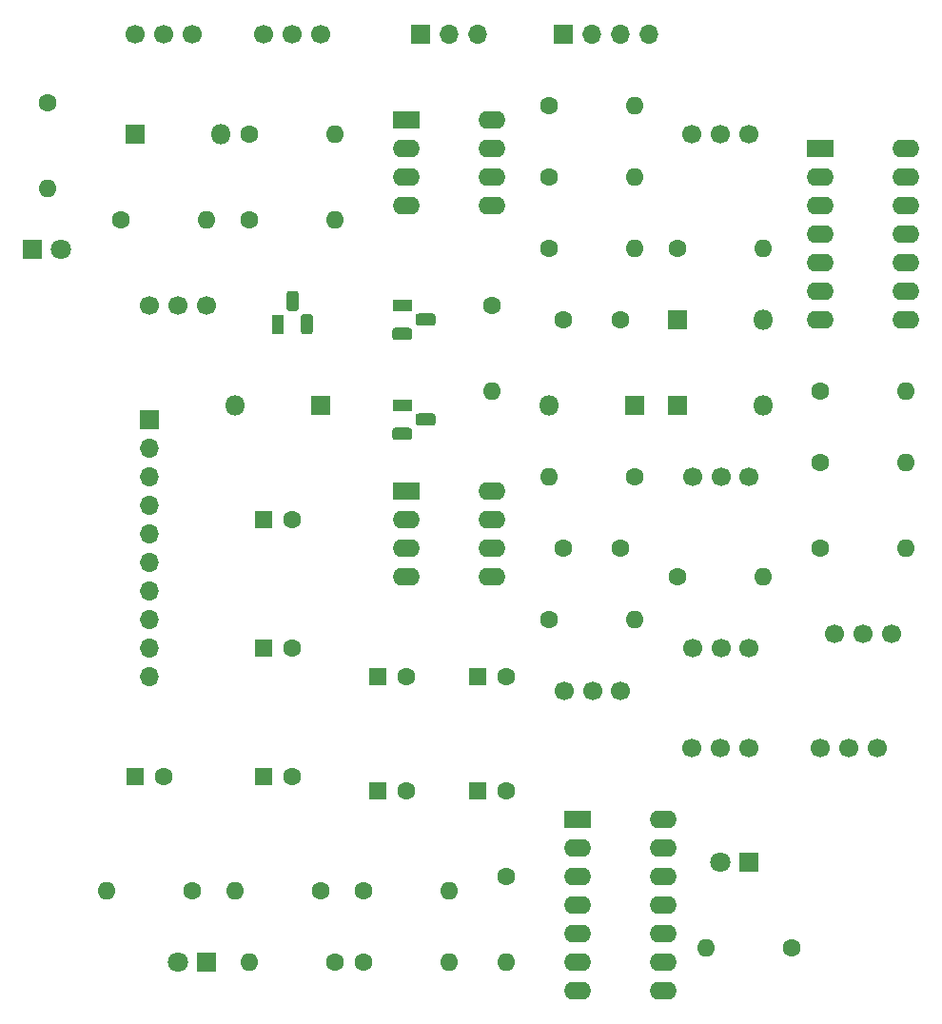
<source format=gts>
%TF.GenerationSoftware,KiCad,Pcbnew,(5.1.12)-1*%
%TF.CreationDate,2021-11-26T16:20:00-08:00*%
%TF.ProjectId,adsr_envelope,61647372-5f65-46e7-9665-6c6f70652e6b,rev?*%
%TF.SameCoordinates,Original*%
%TF.FileFunction,Soldermask,Top*%
%TF.FilePolarity,Negative*%
%FSLAX46Y46*%
G04 Gerber Fmt 4.6, Leading zero omitted, Abs format (unit mm)*
G04 Created by KiCad (PCBNEW (5.1.12)-1) date 2021-11-26 16:20:00*
%MOMM*%
%LPD*%
G01*
G04 APERTURE LIST*
%ADD10O,1.600000X1.600000*%
%ADD11C,1.600000*%
%ADD12C,1.800000*%
%ADD13R,1.800000X1.800000*%
%ADD14O,2.400000X1.600000*%
%ADD15R,2.400000X1.600000*%
%ADD16O,1.700000X1.700000*%
%ADD17R,1.700000X1.700000*%
%ADD18C,1.700000*%
%ADD19R,1.800000X1.100000*%
%ADD20R,1.100000X1.800000*%
%ADD21O,1.800000X1.800000*%
%ADD22R,1.600000X1.600000*%
G04 APERTURE END LIST*
D10*
%TO.C,R22*%
X22633900Y-45496500D03*
D11*
X22633900Y-37876500D03*
%TD*%
D12*
%TO.C,D8*%
X23855700Y-50919400D03*
D13*
X21315700Y-50919400D03*
%TD*%
D14*
%TO.C,U4*%
X62230000Y-72390000D03*
X54610000Y-80010000D03*
X62230000Y-74930000D03*
X54610000Y-77470000D03*
X62230000Y-77470000D03*
X54610000Y-74930000D03*
X62230000Y-80010000D03*
D15*
X54610000Y-72390000D03*
%TD*%
D14*
%TO.C,U3*%
X99060000Y-41910000D03*
X91440000Y-57150000D03*
X99060000Y-44450000D03*
X91440000Y-54610000D03*
X99060000Y-46990000D03*
X91440000Y-52070000D03*
X99060000Y-49530000D03*
X91440000Y-49530000D03*
X99060000Y-52070000D03*
X91440000Y-46990000D03*
X99060000Y-54610000D03*
X91440000Y-44450000D03*
X99060000Y-57150000D03*
D15*
X91440000Y-41910000D03*
%TD*%
D14*
%TO.C,U2*%
X62230000Y-39370000D03*
X54610000Y-46990000D03*
X62230000Y-41910000D03*
X54610000Y-44450000D03*
X62230000Y-44450000D03*
X54610000Y-41910000D03*
X62230000Y-46990000D03*
D15*
X54610000Y-39370000D03*
%TD*%
D14*
%TO.C,U1*%
X77470000Y-101600000D03*
X69850000Y-116840000D03*
X77470000Y-104140000D03*
X69850000Y-114300000D03*
X77470000Y-106680000D03*
X69850000Y-111760000D03*
X77470000Y-109220000D03*
X69850000Y-109220000D03*
X77470000Y-111760000D03*
X69850000Y-106680000D03*
X77470000Y-114300000D03*
X69850000Y-104140000D03*
X77470000Y-116840000D03*
D15*
X69850000Y-101600000D03*
%TD*%
D16*
%TO.C,SW2*%
X31750000Y-88900000D03*
X31750000Y-86360000D03*
X31750000Y-83820000D03*
X31750000Y-81280000D03*
X31750000Y-78740000D03*
X31750000Y-76200000D03*
X31750000Y-73660000D03*
X31750000Y-71120000D03*
X31750000Y-68580000D03*
D17*
X31750000Y-66040000D03*
%TD*%
D16*
%TO.C,SW1*%
X60960000Y-31750000D03*
X58420000Y-31750000D03*
D17*
X55880000Y-31750000D03*
%TD*%
D18*
%TO.C,RV7*%
X85090000Y-71120000D03*
X82590000Y-71120000D03*
X80090000Y-71120000D03*
%TD*%
%TO.C,RV6*%
X36750000Y-55880000D03*
X34250000Y-55880000D03*
X31750000Y-55880000D03*
%TD*%
%TO.C,RV5*%
X85010000Y-40640000D03*
X82510000Y-40640000D03*
X80010000Y-40640000D03*
%TD*%
%TO.C,RV4*%
X73660000Y-90170000D03*
X71160000Y-90170000D03*
X68660000Y-90170000D03*
%TD*%
%TO.C,RV3*%
X97710000Y-85090000D03*
X95210000Y-85090000D03*
X92710000Y-85090000D03*
%TD*%
%TO.C,RV2*%
X85090000Y-86360000D03*
X82590000Y-86360000D03*
X80090000Y-86360000D03*
%TD*%
%TO.C,RV1*%
X46910000Y-31750000D03*
X44410000Y-31750000D03*
X41910000Y-31750000D03*
%TD*%
D10*
%TO.C,R21*%
X86360000Y-80010000D03*
D11*
X78740000Y-80010000D03*
%TD*%
D10*
%TO.C,R20*%
X74930000Y-83820000D03*
D11*
X67310000Y-83820000D03*
%TD*%
D10*
%TO.C,R19*%
X36830000Y-48260000D03*
D11*
X29210000Y-48260000D03*
%TD*%
D10*
%TO.C,R18*%
X86360000Y-50800000D03*
D11*
X78740000Y-50800000D03*
%TD*%
D10*
%TO.C,R17*%
X62230000Y-63500000D03*
D11*
X62230000Y-55880000D03*
%TD*%
D10*
%TO.C,R16*%
X99060000Y-77470000D03*
D11*
X91440000Y-77470000D03*
%TD*%
D10*
%TO.C,R15*%
X58420000Y-107950000D03*
D11*
X50800000Y-107950000D03*
%TD*%
D10*
%TO.C,R14*%
X67310000Y-71120000D03*
D11*
X74930000Y-71120000D03*
%TD*%
D10*
%TO.C,R13*%
X99060000Y-69850000D03*
D11*
X91440000Y-69850000D03*
%TD*%
D10*
%TO.C,R12*%
X74930000Y-50800000D03*
D11*
X67310000Y-50800000D03*
%TD*%
D10*
%TO.C,R11*%
X99060000Y-63500000D03*
D11*
X91440000Y-63500000D03*
%TD*%
D10*
%TO.C,R10*%
X74930000Y-44450000D03*
D11*
X67310000Y-44450000D03*
%TD*%
D10*
%TO.C,R9*%
X74930000Y-38100000D03*
D11*
X67310000Y-38100000D03*
%TD*%
D10*
%TO.C,R8*%
X81280000Y-113030000D03*
D11*
X88900000Y-113030000D03*
%TD*%
D10*
%TO.C,R7*%
X40640000Y-114300000D03*
D11*
X48260000Y-114300000D03*
%TD*%
D10*
%TO.C,R6*%
X48260000Y-48260000D03*
D11*
X40640000Y-48260000D03*
%TD*%
D10*
%TO.C,R5*%
X58420000Y-114300000D03*
D11*
X50800000Y-114300000D03*
%TD*%
D10*
%TO.C,R4*%
X39370000Y-107950000D03*
D11*
X46990000Y-107950000D03*
%TD*%
D10*
%TO.C,R3*%
X48260000Y-40640000D03*
D11*
X40640000Y-40640000D03*
%TD*%
D10*
%TO.C,R2*%
X63500000Y-114300000D03*
D11*
X63500000Y-106680000D03*
%TD*%
D10*
%TO.C,R1*%
X27940000Y-107950000D03*
D11*
X35560000Y-107950000D03*
%TD*%
D19*
%TO.C,Q3*%
X54210000Y-64770000D03*
G36*
G01*
X53585000Y-66760000D02*
X54835000Y-66760000D01*
G75*
G02*
X55110000Y-67035000I0J-275000D01*
G01*
X55110000Y-67585000D01*
G75*
G02*
X54835000Y-67860000I-275000J0D01*
G01*
X53585000Y-67860000D01*
G75*
G02*
X53310000Y-67585000I0J275000D01*
G01*
X53310000Y-67035000D01*
G75*
G02*
X53585000Y-66760000I275000J0D01*
G01*
G37*
G36*
G01*
X55655000Y-65490000D02*
X56905000Y-65490000D01*
G75*
G02*
X57180000Y-65765000I0J-275000D01*
G01*
X57180000Y-66315000D01*
G75*
G02*
X56905000Y-66590000I-275000J0D01*
G01*
X55655000Y-66590000D01*
G75*
G02*
X55380000Y-66315000I0J275000D01*
G01*
X55380000Y-65765000D01*
G75*
G02*
X55655000Y-65490000I275000J0D01*
G01*
G37*
%TD*%
%TO.C,Q2*%
X54210000Y-55880000D03*
G36*
G01*
X53585000Y-57870000D02*
X54835000Y-57870000D01*
G75*
G02*
X55110000Y-58145000I0J-275000D01*
G01*
X55110000Y-58695000D01*
G75*
G02*
X54835000Y-58970000I-275000J0D01*
G01*
X53585000Y-58970000D01*
G75*
G02*
X53310000Y-58695000I0J275000D01*
G01*
X53310000Y-58145000D01*
G75*
G02*
X53585000Y-57870000I275000J0D01*
G01*
G37*
G36*
G01*
X55655000Y-56600000D02*
X56905000Y-56600000D01*
G75*
G02*
X57180000Y-56875000I0J-275000D01*
G01*
X57180000Y-57425000D01*
G75*
G02*
X56905000Y-57700000I-275000J0D01*
G01*
X55655000Y-57700000D01*
G75*
G02*
X55380000Y-57425000I0J275000D01*
G01*
X55380000Y-56875000D01*
G75*
G02*
X55655000Y-56600000I275000J0D01*
G01*
G37*
%TD*%
D20*
%TO.C,Q1*%
X43180000Y-57550000D03*
G36*
G01*
X45170000Y-58175000D02*
X45170000Y-56925000D01*
G75*
G02*
X45445000Y-56650000I275000J0D01*
G01*
X45995000Y-56650000D01*
G75*
G02*
X46270000Y-56925000I0J-275000D01*
G01*
X46270000Y-58175000D01*
G75*
G02*
X45995000Y-58450000I-275000J0D01*
G01*
X45445000Y-58450000D01*
G75*
G02*
X45170000Y-58175000I0J275000D01*
G01*
G37*
G36*
G01*
X43900000Y-56105000D02*
X43900000Y-54855000D01*
G75*
G02*
X44175000Y-54580000I275000J0D01*
G01*
X44725000Y-54580000D01*
G75*
G02*
X45000000Y-54855000I0J-275000D01*
G01*
X45000000Y-56105000D01*
G75*
G02*
X44725000Y-56380000I-275000J0D01*
G01*
X44175000Y-56380000D01*
G75*
G02*
X43900000Y-56105000I0J275000D01*
G01*
G37*
%TD*%
D18*
%TO.C,J4*%
X96440000Y-95250000D03*
X93940000Y-95250000D03*
X91440000Y-95250000D03*
%TD*%
%TO.C,J3*%
X85010000Y-95250000D03*
X82510000Y-95250000D03*
X80010000Y-95250000D03*
%TD*%
D16*
%TO.C,J2*%
X76200000Y-31750000D03*
X73660000Y-31750000D03*
X71120000Y-31750000D03*
D17*
X68580000Y-31750000D03*
%TD*%
D18*
%TO.C,J1*%
X35480000Y-31750000D03*
X32980000Y-31750000D03*
X30480000Y-31750000D03*
%TD*%
D21*
%TO.C,D7*%
X86360000Y-64770000D03*
D13*
X78740000Y-64770000D03*
%TD*%
D21*
%TO.C,D6*%
X39370000Y-64770000D03*
D13*
X46990000Y-64770000D03*
%TD*%
D21*
%TO.C,D5*%
X86360000Y-57150000D03*
D13*
X78740000Y-57150000D03*
%TD*%
D21*
%TO.C,D4*%
X67310000Y-64770000D03*
D13*
X74930000Y-64770000D03*
%TD*%
D21*
%TO.C,D3*%
X38100000Y-40640000D03*
D13*
X30480000Y-40640000D03*
%TD*%
D12*
%TO.C,D2*%
X82550000Y-105410000D03*
D13*
X85090000Y-105410000D03*
%TD*%
D12*
%TO.C,D1*%
X34290000Y-114300000D03*
D13*
X36830000Y-114300000D03*
%TD*%
D11*
%TO.C,C10*%
X63460000Y-99060000D03*
D22*
X60960000Y-99060000D03*
%TD*%
D11*
%TO.C,C9*%
X54570000Y-99060000D03*
D22*
X52070000Y-99060000D03*
%TD*%
D11*
%TO.C,C8*%
X63460000Y-88900000D03*
D22*
X60960000Y-88900000D03*
%TD*%
D11*
%TO.C,C7*%
X54570000Y-88900000D03*
D22*
X52070000Y-88900000D03*
%TD*%
D11*
%TO.C,C6*%
X32980000Y-97790000D03*
D22*
X30480000Y-97790000D03*
%TD*%
D11*
%TO.C,C5*%
X44410000Y-97790000D03*
D22*
X41910000Y-97790000D03*
%TD*%
D11*
%TO.C,C4*%
X44410000Y-86360000D03*
D22*
X41910000Y-86360000D03*
%TD*%
D11*
%TO.C,C3*%
X44410000Y-74930000D03*
D22*
X41910000Y-74930000D03*
%TD*%
D11*
%TO.C,C2*%
X73580000Y-77470000D03*
X68580000Y-77470000D03*
%TD*%
%TO.C,C1*%
X73580000Y-57150000D03*
X68580000Y-57150000D03*
%TD*%
M02*

</source>
